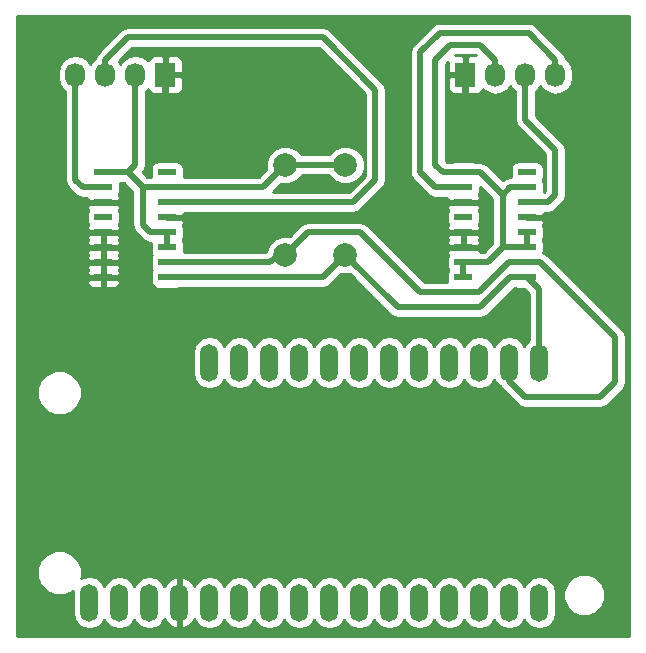
<source format=gbr>
G04 #@! TF.FileFunction,Copper,L2,Bot,Signal*
%FSLAX46Y46*%
G04 Gerber Fmt 4.6, Leading zero omitted, Abs format (unit mm)*
G04 Created by KiCad (PCBNEW 4.0.2+dfsg1-stable) date mer. 07 sept. 2016 16:54:23 CEST*
%MOMM*%
G01*
G04 APERTURE LIST*
%ADD10C,0.020000*%
%ADD11O,1.524000X3.175000*%
%ADD12R,1.727200X2.032000*%
%ADD13O,1.727200X2.032000*%
%ADD14C,1.998980*%
%ADD15R,1.500000X0.600000*%
%ADD16C,2.000000*%
%ADD17C,0.500000*%
%ADD18C,0.254000*%
G04 APERTURE END LIST*
D10*
D11*
X6261100Y2946400D03*
X8801100Y2946400D03*
X11341100Y2946400D03*
X13881100Y2946400D03*
X16421100Y2946400D03*
X18961100Y2946400D03*
X21501100Y2946400D03*
X24041100Y2946400D03*
X26581100Y2946400D03*
X29121100Y2946400D03*
X31661100Y2946400D03*
X34201100Y2946400D03*
X36741100Y2946400D03*
X39281100Y2946400D03*
X41821100Y2946400D03*
X44361100Y2946400D03*
X41821100Y23266400D03*
X39281100Y23266400D03*
X36741100Y23266400D03*
X34201100Y23266400D03*
X31661100Y23266400D03*
X29121100Y23266400D03*
X26581100Y23266400D03*
X24041100Y23266400D03*
X21501100Y23266400D03*
X18961100Y23266400D03*
X16421100Y23266400D03*
X44361100Y23266400D03*
D12*
X12700000Y47625000D03*
D13*
X10160000Y47625000D03*
X7620000Y47625000D03*
X5080000Y47625000D03*
D12*
X38100000Y47625000D03*
D13*
X40640000Y47625000D03*
X43180000Y47625000D03*
X45720000Y47625000D03*
D14*
X22860000Y40005000D03*
X22860000Y32385000D03*
X27940000Y40005000D03*
X27940000Y32385000D03*
D15*
X12860000Y39370000D03*
X12860000Y38100000D03*
X12860000Y36830000D03*
X12860000Y35560000D03*
X12860000Y34290000D03*
X12860000Y33020000D03*
X12860000Y31750000D03*
X12860000Y30480000D03*
X7460000Y30480000D03*
X7460000Y31750000D03*
X7460000Y33020000D03*
X7460000Y34290000D03*
X7460000Y35560000D03*
X7460000Y36830000D03*
X7460000Y38100000D03*
X7460000Y39370000D03*
X43340000Y39370000D03*
X43340000Y38100000D03*
X43340000Y36830000D03*
X43340000Y35560000D03*
X43340000Y34290000D03*
X43340000Y33020000D03*
X43340000Y31750000D03*
X43340000Y30480000D03*
X37940000Y30480000D03*
X37940000Y31750000D03*
X37940000Y33020000D03*
X37940000Y34290000D03*
X37940000Y35560000D03*
X37940000Y36830000D03*
X37940000Y38100000D03*
X37940000Y39370000D03*
D16*
X48895000Y44450000D03*
X38100000Y44450000D03*
X2540000Y44450000D03*
X12700000Y44450000D03*
D17*
X38100000Y47625000D02*
X38100000Y44450000D01*
X12700000Y47625000D02*
X12700000Y44450000D01*
X22860000Y32385000D02*
X22225000Y32385000D01*
X22225000Y32385000D02*
X21590000Y31750000D01*
X21590000Y31750000D02*
X12860000Y31750000D01*
X43340000Y31750000D02*
X41765784Y31750000D01*
X24765000Y34290000D02*
X22860000Y32385000D01*
X29210000Y34290000D02*
X24765000Y34290000D01*
X34290000Y29210000D02*
X29210000Y34290000D01*
X39225784Y29210000D02*
X34290000Y29210000D01*
X41765784Y31750000D02*
X39225784Y29210000D01*
X41821100Y23266400D02*
X41821100Y21678900D01*
X44450000Y31750000D02*
X43340000Y31750000D01*
X50800000Y25400000D02*
X44450000Y31750000D01*
X50800000Y21590000D02*
X50800000Y25400000D01*
X49530000Y20320000D02*
X50800000Y21590000D01*
X43180000Y20320000D02*
X49530000Y20320000D01*
X41821100Y21678900D02*
X43180000Y20320000D01*
X27940000Y32385000D02*
X26035000Y30480000D01*
X26035000Y30480000D02*
X12860000Y30480000D01*
X43340000Y30480000D02*
X41910000Y30480000D01*
X32385000Y27940000D02*
X27940000Y32385000D01*
X39370000Y27940000D02*
X32385000Y27940000D01*
X41910000Y30480000D02*
X39370000Y27940000D01*
X44361100Y23266400D02*
X44361100Y29458900D01*
X44361100Y29458900D02*
X43340000Y30480000D01*
X10160000Y47625000D02*
X10160000Y40005000D01*
X10160000Y40005000D02*
X9525000Y39370000D01*
X22860000Y40005000D02*
X27940000Y40005000D01*
X12860000Y38100000D02*
X20955000Y38100000D01*
X20955000Y38100000D02*
X22860000Y40005000D01*
X12860000Y34290000D02*
X11430000Y34290000D01*
X10795000Y34925000D02*
X10795000Y38100000D01*
X11430000Y34290000D02*
X10795000Y34925000D01*
X12860000Y33020000D02*
X12860000Y34290000D01*
X12860000Y38100000D02*
X10795000Y38100000D01*
X9525000Y39370000D02*
X7460000Y39370000D01*
X10795000Y38100000D02*
X9525000Y39370000D01*
X7620000Y47625000D02*
X7620000Y48895000D01*
X28575000Y36830000D02*
X12860000Y36830000D01*
X30480000Y38735000D02*
X28575000Y36830000D01*
X30480000Y46355000D02*
X30480000Y38735000D01*
X26035000Y50800000D02*
X30480000Y46355000D01*
X9525000Y50800000D02*
X26035000Y50800000D01*
X7620000Y48895000D02*
X9525000Y50800000D01*
X5080000Y47625000D02*
X5080000Y38735000D01*
X5715000Y38100000D02*
X7460000Y38100000D01*
X5080000Y38735000D02*
X5715000Y38100000D01*
X41275000Y37465000D02*
X39370000Y39370000D01*
X39370000Y39370000D02*
X37940000Y39370000D01*
X40640000Y47625000D02*
X40640000Y48895000D01*
X40640000Y48895000D02*
X39370000Y50165000D01*
X39370000Y50165000D02*
X36830000Y50165000D01*
X36830000Y50165000D02*
X35560000Y48895000D01*
X35560000Y48895000D02*
X35560000Y40005000D01*
X35560000Y40005000D02*
X36195000Y39370000D01*
X36195000Y39370000D02*
X37940000Y39370000D01*
X43340000Y33020000D02*
X43340000Y34290000D01*
X41275000Y33020000D02*
X41275000Y37465000D01*
X41910000Y38100000D02*
X43340000Y38100000D01*
X41275000Y37465000D02*
X41910000Y38100000D01*
X37940000Y31750000D02*
X40005000Y31750000D01*
X40005000Y31750000D02*
X41275000Y33020000D01*
X41275000Y33020000D02*
X43340000Y33020000D01*
X37940000Y30480000D02*
X37940000Y31750000D01*
X43180000Y47625000D02*
X43180000Y43815000D01*
X45085000Y36830000D02*
X43340000Y36830000D01*
X45720000Y37465000D02*
X45085000Y36830000D01*
X45720000Y41275000D02*
X45720000Y37465000D01*
X43180000Y43815000D02*
X45720000Y41275000D01*
X45720000Y47625000D02*
X45720000Y48895000D01*
X35560000Y38100000D02*
X37940000Y38100000D01*
X34290000Y39370000D02*
X35560000Y38100000D01*
X34290000Y49530000D02*
X34290000Y39370000D01*
X35925002Y51165002D02*
X34290000Y49530000D01*
X43449998Y51165002D02*
X35925002Y51165002D01*
X45720000Y48895000D02*
X43449998Y51165002D01*
D18*
G36*
X51943000Y127000D02*
X127000Y127000D01*
X127000Y5109135D01*
X1815770Y5109135D01*
X2105178Y4408714D01*
X2640595Y3872361D01*
X3340510Y3581732D01*
X4098365Y3581070D01*
X4798786Y3870478D01*
X4893942Y3965468D01*
X4864100Y3815441D01*
X4864100Y2077359D01*
X4970440Y1542750D01*
X5273272Y1089531D01*
X5726491Y786699D01*
X6261100Y680359D01*
X6795709Y786699D01*
X7248928Y1089531D01*
X7531100Y1511830D01*
X7813272Y1089531D01*
X8266491Y786699D01*
X8801100Y680359D01*
X9335709Y786699D01*
X9788928Y1089531D01*
X10071100Y1511830D01*
X10353272Y1089531D01*
X10806491Y786699D01*
X11341100Y680359D01*
X11875709Y786699D01*
X12328928Y1089531D01*
X12621703Y1527699D01*
X12639041Y1468959D01*
X12983074Y1043270D01*
X13463823Y781640D01*
X13538030Y766680D01*
X13754100Y889180D01*
X13754100Y2819400D01*
X13734100Y2819400D01*
X13734100Y3073400D01*
X13754100Y3073400D01*
X13754100Y5003620D01*
X14008100Y5003620D01*
X14008100Y3073400D01*
X14028100Y3073400D01*
X14028100Y2819400D01*
X14008100Y2819400D01*
X14008100Y889180D01*
X14224170Y766680D01*
X14298377Y781640D01*
X14779126Y1043270D01*
X15123159Y1468959D01*
X15140497Y1527699D01*
X15433272Y1089531D01*
X15886491Y786699D01*
X16421100Y680359D01*
X16955709Y786699D01*
X17408928Y1089531D01*
X17691100Y1511830D01*
X17973272Y1089531D01*
X18426491Y786699D01*
X18961100Y680359D01*
X19495709Y786699D01*
X19948928Y1089531D01*
X20231100Y1511830D01*
X20513272Y1089531D01*
X20966491Y786699D01*
X21501100Y680359D01*
X22035709Y786699D01*
X22488928Y1089531D01*
X22771100Y1511830D01*
X23053272Y1089531D01*
X23506491Y786699D01*
X24041100Y680359D01*
X24575709Y786699D01*
X25028928Y1089531D01*
X25311100Y1511830D01*
X25593272Y1089531D01*
X26046491Y786699D01*
X26581100Y680359D01*
X27115709Y786699D01*
X27568928Y1089531D01*
X27851100Y1511830D01*
X28133272Y1089531D01*
X28586491Y786699D01*
X29121100Y680359D01*
X29655709Y786699D01*
X30108928Y1089531D01*
X30391100Y1511830D01*
X30673272Y1089531D01*
X31126491Y786699D01*
X31661100Y680359D01*
X32195709Y786699D01*
X32648928Y1089531D01*
X32931100Y1511830D01*
X33213272Y1089531D01*
X33666491Y786699D01*
X34201100Y680359D01*
X34735709Y786699D01*
X35188928Y1089531D01*
X35471100Y1511830D01*
X35753272Y1089531D01*
X36206491Y786699D01*
X36741100Y680359D01*
X37275709Y786699D01*
X37728928Y1089531D01*
X38011100Y1511830D01*
X38293272Y1089531D01*
X38746491Y786699D01*
X39281100Y680359D01*
X39815709Y786699D01*
X40268928Y1089531D01*
X40551100Y1511830D01*
X40833272Y1089531D01*
X41286491Y786699D01*
X41821100Y680359D01*
X42355709Y786699D01*
X42808928Y1089531D01*
X43091100Y1511830D01*
X43373272Y1089531D01*
X43826491Y786699D01*
X44361100Y680359D01*
X44895709Y786699D01*
X45348928Y1089531D01*
X45651760Y1542750D01*
X45758100Y2077359D01*
X45758100Y3229286D01*
X46392792Y3229286D01*
X46662906Y2575560D01*
X47162629Y2074964D01*
X47815882Y1803709D01*
X48523214Y1803092D01*
X49176940Y2073206D01*
X49677536Y2572929D01*
X49948791Y3226182D01*
X49949408Y3933514D01*
X49679294Y4587240D01*
X49179571Y5087836D01*
X48526318Y5359091D01*
X47818986Y5359708D01*
X47165260Y5089594D01*
X46664664Y4589871D01*
X46393409Y3936618D01*
X46392792Y3229286D01*
X45758100Y3229286D01*
X45758100Y3815441D01*
X45651760Y4350050D01*
X45348928Y4803269D01*
X44895709Y5106101D01*
X44361100Y5212441D01*
X43826491Y5106101D01*
X43373272Y4803269D01*
X43091100Y4380970D01*
X42808928Y4803269D01*
X42355709Y5106101D01*
X41821100Y5212441D01*
X41286491Y5106101D01*
X40833272Y4803269D01*
X40551100Y4380970D01*
X40268928Y4803269D01*
X39815709Y5106101D01*
X39281100Y5212441D01*
X38746491Y5106101D01*
X38293272Y4803269D01*
X38011100Y4380970D01*
X37728928Y4803269D01*
X37275709Y5106101D01*
X36741100Y5212441D01*
X36206491Y5106101D01*
X35753272Y4803269D01*
X35471100Y4380970D01*
X35188928Y4803269D01*
X34735709Y5106101D01*
X34201100Y5212441D01*
X33666491Y5106101D01*
X33213272Y4803269D01*
X32931100Y4380970D01*
X32648928Y4803269D01*
X32195709Y5106101D01*
X31661100Y5212441D01*
X31126491Y5106101D01*
X30673272Y4803269D01*
X30391100Y4380970D01*
X30108928Y4803269D01*
X29655709Y5106101D01*
X29121100Y5212441D01*
X28586491Y5106101D01*
X28133272Y4803269D01*
X27851100Y4380970D01*
X27568928Y4803269D01*
X27115709Y5106101D01*
X26581100Y5212441D01*
X26046491Y5106101D01*
X25593272Y4803269D01*
X25311100Y4380970D01*
X25028928Y4803269D01*
X24575709Y5106101D01*
X24041100Y5212441D01*
X23506491Y5106101D01*
X23053272Y4803269D01*
X22771100Y4380970D01*
X22488928Y4803269D01*
X22035709Y5106101D01*
X21501100Y5212441D01*
X20966491Y5106101D01*
X20513272Y4803269D01*
X20231100Y4380970D01*
X19948928Y4803269D01*
X19495709Y5106101D01*
X18961100Y5212441D01*
X18426491Y5106101D01*
X17973272Y4803269D01*
X17691100Y4380970D01*
X17408928Y4803269D01*
X16955709Y5106101D01*
X16421100Y5212441D01*
X15886491Y5106101D01*
X15433272Y4803269D01*
X15140497Y4365101D01*
X15123159Y4423841D01*
X14779126Y4849530D01*
X14298377Y5111160D01*
X14224170Y5126120D01*
X14008100Y5003620D01*
X13754100Y5003620D01*
X13538030Y5126120D01*
X13463823Y5111160D01*
X12983074Y4849530D01*
X12639041Y4423841D01*
X12621703Y4365101D01*
X12328928Y4803269D01*
X11875709Y5106101D01*
X11341100Y5212441D01*
X10806491Y5106101D01*
X10353272Y4803269D01*
X10071100Y4380970D01*
X9788928Y4803269D01*
X9335709Y5106101D01*
X8801100Y5212441D01*
X8266491Y5106101D01*
X7813272Y4803269D01*
X7531100Y4380970D01*
X7248928Y4803269D01*
X6795709Y5106101D01*
X6261100Y5212441D01*
X5726491Y5106101D01*
X5587259Y5013069D01*
X5625768Y5105810D01*
X5626430Y5863665D01*
X5337022Y6564086D01*
X4801605Y7100439D01*
X4101690Y7391068D01*
X3343835Y7391730D01*
X2643414Y7102322D01*
X2107061Y6566905D01*
X1816432Y5866990D01*
X1815770Y5109135D01*
X127000Y5109135D01*
X127000Y20349135D01*
X1815770Y20349135D01*
X2105178Y19648714D01*
X2640595Y19112361D01*
X3340510Y18821732D01*
X4098365Y18821070D01*
X4798786Y19110478D01*
X5335139Y19645895D01*
X5625768Y20345810D01*
X5626430Y21103665D01*
X5337022Y21804086D01*
X4801605Y22340439D01*
X4101690Y22631068D01*
X3343835Y22631730D01*
X2643414Y22342322D01*
X2107061Y21806905D01*
X1816432Y21106990D01*
X1815770Y20349135D01*
X127000Y20349135D01*
X127000Y30194250D01*
X6075000Y30194250D01*
X6075000Y30053690D01*
X6171673Y29820301D01*
X6350302Y29641673D01*
X6583691Y29545000D01*
X7174250Y29545000D01*
X7333000Y29703750D01*
X7333000Y30353000D01*
X7587000Y30353000D01*
X7587000Y29703750D01*
X7745750Y29545000D01*
X8336309Y29545000D01*
X8569698Y29641673D01*
X8748327Y29820301D01*
X8845000Y30053690D01*
X8845000Y30194250D01*
X8686250Y30353000D01*
X7587000Y30353000D01*
X7333000Y30353000D01*
X6233750Y30353000D01*
X6075000Y30194250D01*
X127000Y30194250D01*
X127000Y31464250D01*
X6075000Y31464250D01*
X6075000Y31323690D01*
X6161442Y31115000D01*
X6075000Y30906310D01*
X6075000Y30765750D01*
X6233750Y30607000D01*
X7333000Y30607000D01*
X7333000Y31623000D01*
X7587000Y31623000D01*
X7587000Y30607000D01*
X8686250Y30607000D01*
X8845000Y30765750D01*
X8845000Y30906310D01*
X8758558Y31115000D01*
X8845000Y31323690D01*
X8845000Y31464250D01*
X8686250Y31623000D01*
X7587000Y31623000D01*
X7333000Y31623000D01*
X6233750Y31623000D01*
X6075000Y31464250D01*
X127000Y31464250D01*
X127000Y32734250D01*
X6075000Y32734250D01*
X6075000Y32593690D01*
X6161442Y32385000D01*
X6075000Y32176310D01*
X6075000Y32035750D01*
X6233750Y31877000D01*
X7333000Y31877000D01*
X7333000Y32893000D01*
X7587000Y32893000D01*
X7587000Y31877000D01*
X8686250Y31877000D01*
X8845000Y32035750D01*
X8845000Y32176310D01*
X8758558Y32385000D01*
X8845000Y32593690D01*
X8845000Y32734250D01*
X8686250Y32893000D01*
X7587000Y32893000D01*
X7333000Y32893000D01*
X6233750Y32893000D01*
X6075000Y32734250D01*
X127000Y32734250D01*
X127000Y34004250D01*
X6075000Y34004250D01*
X6075000Y33863690D01*
X6161442Y33655000D01*
X6075000Y33446310D01*
X6075000Y33305750D01*
X6233750Y33147000D01*
X7333000Y33147000D01*
X7333000Y34163000D01*
X7587000Y34163000D01*
X7587000Y33147000D01*
X8686250Y33147000D01*
X8845000Y33305750D01*
X8845000Y33446310D01*
X8758558Y33655000D01*
X8845000Y33863690D01*
X8845000Y34004250D01*
X8686250Y34163000D01*
X7587000Y34163000D01*
X7333000Y34163000D01*
X6233750Y34163000D01*
X6075000Y34004250D01*
X127000Y34004250D01*
X127000Y35860000D01*
X6062560Y35860000D01*
X6062560Y35260000D01*
X6106838Y35024683D01*
X6165178Y34934020D01*
X6075000Y34716310D01*
X6075000Y34575750D01*
X6233750Y34417000D01*
X7333000Y34417000D01*
X7333000Y34437000D01*
X7587000Y34437000D01*
X7587000Y34417000D01*
X8686250Y34417000D01*
X8845000Y34575750D01*
X8845000Y34716310D01*
X8755194Y34933122D01*
X8806431Y35008110D01*
X8857440Y35260000D01*
X8857440Y35860000D01*
X8813162Y36095317D01*
X8754822Y36185980D01*
X8845000Y36403690D01*
X8845000Y36544250D01*
X8686250Y36703000D01*
X7587000Y36703000D01*
X7587000Y36683000D01*
X7333000Y36683000D01*
X7333000Y36703000D01*
X6233750Y36703000D01*
X6075000Y36544250D01*
X6075000Y36403690D01*
X6164806Y36186878D01*
X6113569Y36111890D01*
X6062560Y35860000D01*
X127000Y35860000D01*
X127000Y47809745D01*
X3581400Y47809745D01*
X3581400Y47440255D01*
X3695474Y46866766D01*
X4020330Y46380585D01*
X4195000Y46263874D01*
X4195000Y38735005D01*
X4194999Y38735000D01*
X4247002Y38473569D01*
X4262367Y38396325D01*
X4454209Y38109211D01*
X4454210Y38109210D01*
X5089208Y37474213D01*
X5089210Y37474210D01*
X5252181Y37365317D01*
X5376326Y37282366D01*
X5715000Y37214999D01*
X5715005Y37215000D01*
X6075000Y37215000D01*
X6075000Y37115750D01*
X6233750Y36957000D01*
X7333000Y36957000D01*
X7333000Y36977000D01*
X7587000Y36977000D01*
X7587000Y36957000D01*
X8686250Y36957000D01*
X8845000Y37115750D01*
X8845000Y37256310D01*
X8755194Y37473122D01*
X8806431Y37548110D01*
X8857440Y37800000D01*
X8857440Y38400000D01*
X8841446Y38485000D01*
X9158420Y38485000D01*
X9910000Y37733421D01*
X9910000Y34925005D01*
X9909999Y34925000D01*
X9950444Y34721673D01*
X9977367Y34586325D01*
X10090506Y34417000D01*
X10169210Y34299210D01*
X10804208Y33664213D01*
X10804210Y33664210D01*
X10967181Y33555317D01*
X11091326Y33472366D01*
X11430000Y33404999D01*
X11430005Y33405000D01*
X11479773Y33405000D01*
X11462560Y33320000D01*
X11462560Y32720000D01*
X11506838Y32484683D01*
X11570678Y32385472D01*
X11513569Y32301890D01*
X11462560Y32050000D01*
X11462560Y31450000D01*
X11506838Y31214683D01*
X11570678Y31115472D01*
X11513569Y31031890D01*
X11462560Y30780000D01*
X11462560Y30180000D01*
X11506838Y29944683D01*
X11645910Y29728559D01*
X11858110Y29583569D01*
X12110000Y29532560D01*
X13610000Y29532560D01*
X13845317Y29576838D01*
X13873542Y29595000D01*
X26034995Y29595000D01*
X26035000Y29594999D01*
X26317484Y29651190D01*
X26373675Y29662367D01*
X26660790Y29854210D01*
X27573827Y30767248D01*
X27613453Y30750794D01*
X28263694Y30750226D01*
X28305797Y30767623D01*
X31759208Y27314213D01*
X31759210Y27314210D01*
X32046325Y27122367D01*
X32385000Y27054999D01*
X32385005Y27055000D01*
X39369995Y27055000D01*
X39370000Y27054999D01*
X39652484Y27111190D01*
X39708675Y27122367D01*
X39995790Y27314210D01*
X39995791Y27314211D01*
X42276579Y29595000D01*
X42321380Y29595000D01*
X42338110Y29583569D01*
X42590000Y29532560D01*
X43035860Y29532560D01*
X43476100Y29092321D01*
X43476100Y25191977D01*
X43373272Y25123269D01*
X43091100Y24700970D01*
X42808928Y25123269D01*
X42355709Y25426101D01*
X41821100Y25532441D01*
X41286491Y25426101D01*
X40833272Y25123269D01*
X40551100Y24700970D01*
X40268928Y25123269D01*
X39815709Y25426101D01*
X39281100Y25532441D01*
X38746491Y25426101D01*
X38293272Y25123269D01*
X38011100Y24700970D01*
X37728928Y25123269D01*
X37275709Y25426101D01*
X36741100Y25532441D01*
X36206491Y25426101D01*
X35753272Y25123269D01*
X35471100Y24700970D01*
X35188928Y25123269D01*
X34735709Y25426101D01*
X34201100Y25532441D01*
X33666491Y25426101D01*
X33213272Y25123269D01*
X32931100Y24700970D01*
X32648928Y25123269D01*
X32195709Y25426101D01*
X31661100Y25532441D01*
X31126491Y25426101D01*
X30673272Y25123269D01*
X30391100Y24700970D01*
X30108928Y25123269D01*
X29655709Y25426101D01*
X29121100Y25532441D01*
X28586491Y25426101D01*
X28133272Y25123269D01*
X27851100Y24700970D01*
X27568928Y25123269D01*
X27115709Y25426101D01*
X26581100Y25532441D01*
X26046491Y25426101D01*
X25593272Y25123269D01*
X25311100Y24700970D01*
X25028928Y25123269D01*
X24575709Y25426101D01*
X24041100Y25532441D01*
X23506491Y25426101D01*
X23053272Y25123269D01*
X22771100Y24700970D01*
X22488928Y25123269D01*
X22035709Y25426101D01*
X21501100Y25532441D01*
X20966491Y25426101D01*
X20513272Y25123269D01*
X20231100Y24700970D01*
X19948928Y25123269D01*
X19495709Y25426101D01*
X18961100Y25532441D01*
X18426491Y25426101D01*
X17973272Y25123269D01*
X17691100Y24700970D01*
X17408928Y25123269D01*
X16955709Y25426101D01*
X16421100Y25532441D01*
X15886491Y25426101D01*
X15433272Y25123269D01*
X15130440Y24670050D01*
X15024100Y24135441D01*
X15024100Y22397359D01*
X15130440Y21862750D01*
X15433272Y21409531D01*
X15886491Y21106699D01*
X16421100Y21000359D01*
X16955709Y21106699D01*
X17408928Y21409531D01*
X17691100Y21831830D01*
X17973272Y21409531D01*
X18426491Y21106699D01*
X18961100Y21000359D01*
X19495709Y21106699D01*
X19948928Y21409531D01*
X20231100Y21831830D01*
X20513272Y21409531D01*
X20966491Y21106699D01*
X21501100Y21000359D01*
X22035709Y21106699D01*
X22488928Y21409531D01*
X22771100Y21831830D01*
X23053272Y21409531D01*
X23506491Y21106699D01*
X24041100Y21000359D01*
X24575709Y21106699D01*
X25028928Y21409531D01*
X25311100Y21831830D01*
X25593272Y21409531D01*
X26046491Y21106699D01*
X26581100Y21000359D01*
X27115709Y21106699D01*
X27568928Y21409531D01*
X27851100Y21831830D01*
X28133272Y21409531D01*
X28586491Y21106699D01*
X29121100Y21000359D01*
X29655709Y21106699D01*
X30108928Y21409531D01*
X30391100Y21831830D01*
X30673272Y21409531D01*
X31126491Y21106699D01*
X31661100Y21000359D01*
X32195709Y21106699D01*
X32648928Y21409531D01*
X32931100Y21831830D01*
X33213272Y21409531D01*
X33666491Y21106699D01*
X34201100Y21000359D01*
X34735709Y21106699D01*
X35188928Y21409531D01*
X35471100Y21831830D01*
X35753272Y21409531D01*
X36206491Y21106699D01*
X36741100Y21000359D01*
X37275709Y21106699D01*
X37728928Y21409531D01*
X38011100Y21831830D01*
X38293272Y21409531D01*
X38746491Y21106699D01*
X39281100Y21000359D01*
X39815709Y21106699D01*
X40268928Y21409531D01*
X40551100Y21831830D01*
X40833272Y21409531D01*
X41057080Y21259987D01*
X41195310Y21053110D01*
X42554208Y19694213D01*
X42554210Y19694210D01*
X42841325Y19502367D01*
X42897516Y19491190D01*
X43180000Y19434999D01*
X43180005Y19435000D01*
X49529995Y19435000D01*
X49530000Y19434999D01*
X49812484Y19491190D01*
X49868675Y19502367D01*
X50155790Y19694210D01*
X51425787Y20964208D01*
X51425790Y20964210D01*
X51617633Y21251325D01*
X51685001Y21590000D01*
X51685000Y21590005D01*
X51685000Y25399995D01*
X51685001Y25400000D01*
X51617633Y25738675D01*
X51425790Y26025790D01*
X51425787Y26025792D01*
X45075790Y32375790D01*
X45025041Y32409699D01*
X44788675Y32567633D01*
X44732484Y32578810D01*
X44709764Y32583330D01*
X44737440Y32720000D01*
X44737440Y33320000D01*
X44693162Y33555317D01*
X44629322Y33654528D01*
X44686431Y33738110D01*
X44737440Y33990000D01*
X44737440Y34590000D01*
X44693162Y34825317D01*
X44634822Y34915980D01*
X44725000Y35133690D01*
X44725000Y35274250D01*
X44566250Y35433000D01*
X43467000Y35433000D01*
X43467000Y35413000D01*
X43213000Y35413000D01*
X43213000Y35433000D01*
X43193000Y35433000D01*
X43193000Y35687000D01*
X43213000Y35687000D01*
X43213000Y35707000D01*
X43467000Y35707000D01*
X43467000Y35687000D01*
X44566250Y35687000D01*
X44725000Y35845750D01*
X44725000Y35945000D01*
X45084995Y35945000D01*
X45085000Y35944999D01*
X45367484Y36001190D01*
X45423675Y36012367D01*
X45710790Y36204210D01*
X46345787Y36839208D01*
X46345790Y36839210D01*
X46537633Y37126325D01*
X46537634Y37126326D01*
X46605001Y37465000D01*
X46605000Y37465005D01*
X46605000Y41275000D01*
X46537633Y41613675D01*
X46345790Y41900790D01*
X46345787Y41900792D01*
X44065000Y44181580D01*
X44065000Y46263874D01*
X44239670Y46380585D01*
X44450000Y46695366D01*
X44660330Y46380585D01*
X45146511Y46055729D01*
X45720000Y45941655D01*
X46293489Y46055729D01*
X46779670Y46380585D01*
X47104526Y46866766D01*
X47218600Y47440255D01*
X47218600Y47809745D01*
X47104526Y48383234D01*
X46779670Y48869415D01*
X46584097Y49000093D01*
X46537634Y49233674D01*
X46461667Y49347367D01*
X46345790Y49520790D01*
X46345787Y49520792D01*
X44075788Y51790792D01*
X43788673Y51982635D01*
X43732482Y51993812D01*
X43449998Y52050003D01*
X43449993Y52050002D01*
X35925007Y52050002D01*
X35925002Y52050003D01*
X35642518Y51993812D01*
X35586327Y51982635D01*
X35299212Y51790792D01*
X35299210Y51790789D01*
X33664210Y50155790D01*
X33472367Y49868675D01*
X33472367Y49868674D01*
X33404999Y49530000D01*
X33405000Y49529995D01*
X33405000Y39370005D01*
X33404999Y39370000D01*
X33441328Y39187367D01*
X33472367Y39031325D01*
X33584109Y38864090D01*
X33664210Y38744210D01*
X34934208Y37474213D01*
X34934210Y37474210D01*
X35141192Y37335910D01*
X35221325Y37282367D01*
X35560000Y37214999D01*
X35560005Y37215000D01*
X36555000Y37215000D01*
X36555000Y37115750D01*
X36713750Y36957000D01*
X37813000Y36957000D01*
X37813000Y36977000D01*
X38067000Y36977000D01*
X38067000Y36957000D01*
X39166250Y36957000D01*
X39325000Y37115750D01*
X39325000Y37256310D01*
X39235194Y37473122D01*
X39286431Y37548110D01*
X39337440Y37800000D01*
X39337440Y38150980D01*
X40390000Y37098421D01*
X40390000Y33386579D01*
X39638420Y32635000D01*
X39325000Y32635000D01*
X39325000Y32734250D01*
X39166250Y32893000D01*
X38067000Y32893000D01*
X38067000Y32873000D01*
X37813000Y32873000D01*
X37813000Y32893000D01*
X36713750Y32893000D01*
X36555000Y32734250D01*
X36555000Y32593690D01*
X36644806Y32376878D01*
X36593569Y32301890D01*
X36542560Y32050000D01*
X36542560Y31450000D01*
X36586838Y31214683D01*
X36650678Y31115472D01*
X36593569Y31031890D01*
X36542560Y30780000D01*
X36542560Y30180000D01*
X36558554Y30095000D01*
X34656579Y30095000D01*
X30747330Y34004250D01*
X36555000Y34004250D01*
X36555000Y33863690D01*
X36641442Y33655000D01*
X36555000Y33446310D01*
X36555000Y33305750D01*
X36713750Y33147000D01*
X37813000Y33147000D01*
X37813000Y34163000D01*
X38067000Y34163000D01*
X38067000Y33147000D01*
X39166250Y33147000D01*
X39325000Y33305750D01*
X39325000Y33446310D01*
X39238558Y33655000D01*
X39325000Y33863690D01*
X39325000Y34004250D01*
X39166250Y34163000D01*
X38067000Y34163000D01*
X37813000Y34163000D01*
X36713750Y34163000D01*
X36555000Y34004250D01*
X30747330Y34004250D01*
X29835790Y34915790D01*
X29785041Y34949699D01*
X29548675Y35107633D01*
X29492484Y35118810D01*
X29210000Y35175001D01*
X29209995Y35175000D01*
X24765005Y35175000D01*
X24765000Y35175001D01*
X24482516Y35118810D01*
X24426325Y35107633D01*
X24139210Y34915790D01*
X24139208Y34915787D01*
X23226173Y34002752D01*
X23186547Y34019206D01*
X22536306Y34019774D01*
X21935345Y33771462D01*
X21475154Y33312073D01*
X21225794Y32711547D01*
X21225729Y32637309D01*
X21223420Y32635000D01*
X14240227Y32635000D01*
X14257440Y32720000D01*
X14257440Y33320000D01*
X14213162Y33555317D01*
X14149322Y33654528D01*
X14206431Y33738110D01*
X14257440Y33990000D01*
X14257440Y34590000D01*
X14213162Y34825317D01*
X14154822Y34915980D01*
X14245000Y35133690D01*
X14245000Y35274250D01*
X14086250Y35433000D01*
X12987000Y35433000D01*
X12987000Y35413000D01*
X12733000Y35413000D01*
X12733000Y35433000D01*
X12713000Y35433000D01*
X12713000Y35687000D01*
X12733000Y35687000D01*
X12733000Y35707000D01*
X12987000Y35707000D01*
X12987000Y35687000D01*
X14086250Y35687000D01*
X14245000Y35845750D01*
X14245000Y35860000D01*
X36542560Y35860000D01*
X36542560Y35260000D01*
X36586838Y35024683D01*
X36645178Y34934020D01*
X36555000Y34716310D01*
X36555000Y34575750D01*
X36713750Y34417000D01*
X37813000Y34417000D01*
X37813000Y34437000D01*
X38067000Y34437000D01*
X38067000Y34417000D01*
X39166250Y34417000D01*
X39325000Y34575750D01*
X39325000Y34716310D01*
X39235194Y34933122D01*
X39286431Y35008110D01*
X39337440Y35260000D01*
X39337440Y35860000D01*
X39293162Y36095317D01*
X39234822Y36185980D01*
X39325000Y36403690D01*
X39325000Y36544250D01*
X39166250Y36703000D01*
X38067000Y36703000D01*
X38067000Y36683000D01*
X37813000Y36683000D01*
X37813000Y36703000D01*
X36713750Y36703000D01*
X36555000Y36544250D01*
X36555000Y36403690D01*
X36644806Y36186878D01*
X36593569Y36111890D01*
X36542560Y35860000D01*
X14245000Y35860000D01*
X14245000Y35945000D01*
X28574995Y35945000D01*
X28575000Y35944999D01*
X28857484Y36001190D01*
X28913675Y36012367D01*
X29200790Y36204210D01*
X31105787Y38109208D01*
X31105790Y38109210D01*
X31297633Y38396325D01*
X31312998Y38473569D01*
X31365001Y38735000D01*
X31365000Y38735005D01*
X31365000Y46354995D01*
X31365001Y46355000D01*
X31297633Y46693675D01*
X31266680Y46740000D01*
X31105790Y46980790D01*
X31105787Y46980792D01*
X26660790Y51425790D01*
X26373675Y51617633D01*
X26317484Y51628810D01*
X26035000Y51685001D01*
X26034995Y51685000D01*
X9525005Y51685000D01*
X9525000Y51685001D01*
X9242516Y51628810D01*
X9186325Y51617633D01*
X8899210Y51425790D01*
X8899208Y51425787D01*
X6994210Y49520790D01*
X6802367Y49233675D01*
X6802367Y49233674D01*
X6755904Y49000093D01*
X6560330Y48869415D01*
X6350000Y48554634D01*
X6139670Y48869415D01*
X5653489Y49194271D01*
X5080000Y49308345D01*
X4506511Y49194271D01*
X4020330Y48869415D01*
X3695474Y48383234D01*
X3581400Y47809745D01*
X127000Y47809745D01*
X127000Y52578000D01*
X51943000Y52578000D01*
X51943000Y127000D01*
X51943000Y127000D01*
G37*
X51943000Y127000D02*
X127000Y127000D01*
X127000Y5109135D01*
X1815770Y5109135D01*
X2105178Y4408714D01*
X2640595Y3872361D01*
X3340510Y3581732D01*
X4098365Y3581070D01*
X4798786Y3870478D01*
X4893942Y3965468D01*
X4864100Y3815441D01*
X4864100Y2077359D01*
X4970440Y1542750D01*
X5273272Y1089531D01*
X5726491Y786699D01*
X6261100Y680359D01*
X6795709Y786699D01*
X7248928Y1089531D01*
X7531100Y1511830D01*
X7813272Y1089531D01*
X8266491Y786699D01*
X8801100Y680359D01*
X9335709Y786699D01*
X9788928Y1089531D01*
X10071100Y1511830D01*
X10353272Y1089531D01*
X10806491Y786699D01*
X11341100Y680359D01*
X11875709Y786699D01*
X12328928Y1089531D01*
X12621703Y1527699D01*
X12639041Y1468959D01*
X12983074Y1043270D01*
X13463823Y781640D01*
X13538030Y766680D01*
X13754100Y889180D01*
X13754100Y2819400D01*
X13734100Y2819400D01*
X13734100Y3073400D01*
X13754100Y3073400D01*
X13754100Y5003620D01*
X14008100Y5003620D01*
X14008100Y3073400D01*
X14028100Y3073400D01*
X14028100Y2819400D01*
X14008100Y2819400D01*
X14008100Y889180D01*
X14224170Y766680D01*
X14298377Y781640D01*
X14779126Y1043270D01*
X15123159Y1468959D01*
X15140497Y1527699D01*
X15433272Y1089531D01*
X15886491Y786699D01*
X16421100Y680359D01*
X16955709Y786699D01*
X17408928Y1089531D01*
X17691100Y1511830D01*
X17973272Y1089531D01*
X18426491Y786699D01*
X18961100Y680359D01*
X19495709Y786699D01*
X19948928Y1089531D01*
X20231100Y1511830D01*
X20513272Y1089531D01*
X20966491Y786699D01*
X21501100Y680359D01*
X22035709Y786699D01*
X22488928Y1089531D01*
X22771100Y1511830D01*
X23053272Y1089531D01*
X23506491Y786699D01*
X24041100Y680359D01*
X24575709Y786699D01*
X25028928Y1089531D01*
X25311100Y1511830D01*
X25593272Y1089531D01*
X26046491Y786699D01*
X26581100Y680359D01*
X27115709Y786699D01*
X27568928Y1089531D01*
X27851100Y1511830D01*
X28133272Y1089531D01*
X28586491Y786699D01*
X29121100Y680359D01*
X29655709Y786699D01*
X30108928Y1089531D01*
X30391100Y1511830D01*
X30673272Y1089531D01*
X31126491Y786699D01*
X31661100Y680359D01*
X32195709Y786699D01*
X32648928Y1089531D01*
X32931100Y1511830D01*
X33213272Y1089531D01*
X33666491Y786699D01*
X34201100Y680359D01*
X34735709Y786699D01*
X35188928Y1089531D01*
X35471100Y1511830D01*
X35753272Y1089531D01*
X36206491Y786699D01*
X36741100Y680359D01*
X37275709Y786699D01*
X37728928Y1089531D01*
X38011100Y1511830D01*
X38293272Y1089531D01*
X38746491Y786699D01*
X39281100Y680359D01*
X39815709Y786699D01*
X40268928Y1089531D01*
X40551100Y1511830D01*
X40833272Y1089531D01*
X41286491Y786699D01*
X41821100Y680359D01*
X42355709Y786699D01*
X42808928Y1089531D01*
X43091100Y1511830D01*
X43373272Y1089531D01*
X43826491Y786699D01*
X44361100Y680359D01*
X44895709Y786699D01*
X45348928Y1089531D01*
X45651760Y1542750D01*
X45758100Y2077359D01*
X45758100Y3229286D01*
X46392792Y3229286D01*
X46662906Y2575560D01*
X47162629Y2074964D01*
X47815882Y1803709D01*
X48523214Y1803092D01*
X49176940Y2073206D01*
X49677536Y2572929D01*
X49948791Y3226182D01*
X49949408Y3933514D01*
X49679294Y4587240D01*
X49179571Y5087836D01*
X48526318Y5359091D01*
X47818986Y5359708D01*
X47165260Y5089594D01*
X46664664Y4589871D01*
X46393409Y3936618D01*
X46392792Y3229286D01*
X45758100Y3229286D01*
X45758100Y3815441D01*
X45651760Y4350050D01*
X45348928Y4803269D01*
X44895709Y5106101D01*
X44361100Y5212441D01*
X43826491Y5106101D01*
X43373272Y4803269D01*
X43091100Y4380970D01*
X42808928Y4803269D01*
X42355709Y5106101D01*
X41821100Y5212441D01*
X41286491Y5106101D01*
X40833272Y4803269D01*
X40551100Y4380970D01*
X40268928Y4803269D01*
X39815709Y5106101D01*
X39281100Y5212441D01*
X38746491Y5106101D01*
X38293272Y4803269D01*
X38011100Y4380970D01*
X37728928Y4803269D01*
X37275709Y5106101D01*
X36741100Y5212441D01*
X36206491Y5106101D01*
X35753272Y4803269D01*
X35471100Y4380970D01*
X35188928Y4803269D01*
X34735709Y5106101D01*
X34201100Y5212441D01*
X33666491Y5106101D01*
X33213272Y4803269D01*
X32931100Y4380970D01*
X32648928Y4803269D01*
X32195709Y5106101D01*
X31661100Y5212441D01*
X31126491Y5106101D01*
X30673272Y4803269D01*
X30391100Y4380970D01*
X30108928Y4803269D01*
X29655709Y5106101D01*
X29121100Y5212441D01*
X28586491Y5106101D01*
X28133272Y4803269D01*
X27851100Y4380970D01*
X27568928Y4803269D01*
X27115709Y5106101D01*
X26581100Y5212441D01*
X26046491Y5106101D01*
X25593272Y4803269D01*
X25311100Y4380970D01*
X25028928Y4803269D01*
X24575709Y5106101D01*
X24041100Y5212441D01*
X23506491Y5106101D01*
X23053272Y4803269D01*
X22771100Y4380970D01*
X22488928Y4803269D01*
X22035709Y5106101D01*
X21501100Y5212441D01*
X20966491Y5106101D01*
X20513272Y4803269D01*
X20231100Y4380970D01*
X19948928Y4803269D01*
X19495709Y5106101D01*
X18961100Y5212441D01*
X18426491Y5106101D01*
X17973272Y4803269D01*
X17691100Y4380970D01*
X17408928Y4803269D01*
X16955709Y5106101D01*
X16421100Y5212441D01*
X15886491Y5106101D01*
X15433272Y4803269D01*
X15140497Y4365101D01*
X15123159Y4423841D01*
X14779126Y4849530D01*
X14298377Y5111160D01*
X14224170Y5126120D01*
X14008100Y5003620D01*
X13754100Y5003620D01*
X13538030Y5126120D01*
X13463823Y5111160D01*
X12983074Y4849530D01*
X12639041Y4423841D01*
X12621703Y4365101D01*
X12328928Y4803269D01*
X11875709Y5106101D01*
X11341100Y5212441D01*
X10806491Y5106101D01*
X10353272Y4803269D01*
X10071100Y4380970D01*
X9788928Y4803269D01*
X9335709Y5106101D01*
X8801100Y5212441D01*
X8266491Y5106101D01*
X7813272Y4803269D01*
X7531100Y4380970D01*
X7248928Y4803269D01*
X6795709Y5106101D01*
X6261100Y5212441D01*
X5726491Y5106101D01*
X5587259Y5013069D01*
X5625768Y5105810D01*
X5626430Y5863665D01*
X5337022Y6564086D01*
X4801605Y7100439D01*
X4101690Y7391068D01*
X3343835Y7391730D01*
X2643414Y7102322D01*
X2107061Y6566905D01*
X1816432Y5866990D01*
X1815770Y5109135D01*
X127000Y5109135D01*
X127000Y20349135D01*
X1815770Y20349135D01*
X2105178Y19648714D01*
X2640595Y19112361D01*
X3340510Y18821732D01*
X4098365Y18821070D01*
X4798786Y19110478D01*
X5335139Y19645895D01*
X5625768Y20345810D01*
X5626430Y21103665D01*
X5337022Y21804086D01*
X4801605Y22340439D01*
X4101690Y22631068D01*
X3343835Y22631730D01*
X2643414Y22342322D01*
X2107061Y21806905D01*
X1816432Y21106990D01*
X1815770Y20349135D01*
X127000Y20349135D01*
X127000Y30194250D01*
X6075000Y30194250D01*
X6075000Y30053690D01*
X6171673Y29820301D01*
X6350302Y29641673D01*
X6583691Y29545000D01*
X7174250Y29545000D01*
X7333000Y29703750D01*
X7333000Y30353000D01*
X7587000Y30353000D01*
X7587000Y29703750D01*
X7745750Y29545000D01*
X8336309Y29545000D01*
X8569698Y29641673D01*
X8748327Y29820301D01*
X8845000Y30053690D01*
X8845000Y30194250D01*
X8686250Y30353000D01*
X7587000Y30353000D01*
X7333000Y30353000D01*
X6233750Y30353000D01*
X6075000Y30194250D01*
X127000Y30194250D01*
X127000Y31464250D01*
X6075000Y31464250D01*
X6075000Y31323690D01*
X6161442Y31115000D01*
X6075000Y30906310D01*
X6075000Y30765750D01*
X6233750Y30607000D01*
X7333000Y30607000D01*
X7333000Y31623000D01*
X7587000Y31623000D01*
X7587000Y30607000D01*
X8686250Y30607000D01*
X8845000Y30765750D01*
X8845000Y30906310D01*
X8758558Y31115000D01*
X8845000Y31323690D01*
X8845000Y31464250D01*
X8686250Y31623000D01*
X7587000Y31623000D01*
X7333000Y31623000D01*
X6233750Y31623000D01*
X6075000Y31464250D01*
X127000Y31464250D01*
X127000Y32734250D01*
X6075000Y32734250D01*
X6075000Y32593690D01*
X6161442Y32385000D01*
X6075000Y32176310D01*
X6075000Y32035750D01*
X6233750Y31877000D01*
X7333000Y31877000D01*
X7333000Y32893000D01*
X7587000Y32893000D01*
X7587000Y31877000D01*
X8686250Y31877000D01*
X8845000Y32035750D01*
X8845000Y32176310D01*
X8758558Y32385000D01*
X8845000Y32593690D01*
X8845000Y32734250D01*
X8686250Y32893000D01*
X7587000Y32893000D01*
X7333000Y32893000D01*
X6233750Y32893000D01*
X6075000Y32734250D01*
X127000Y32734250D01*
X127000Y34004250D01*
X6075000Y34004250D01*
X6075000Y33863690D01*
X6161442Y33655000D01*
X6075000Y33446310D01*
X6075000Y33305750D01*
X6233750Y33147000D01*
X7333000Y33147000D01*
X7333000Y34163000D01*
X7587000Y34163000D01*
X7587000Y33147000D01*
X8686250Y33147000D01*
X8845000Y33305750D01*
X8845000Y33446310D01*
X8758558Y33655000D01*
X8845000Y33863690D01*
X8845000Y34004250D01*
X8686250Y34163000D01*
X7587000Y34163000D01*
X7333000Y34163000D01*
X6233750Y34163000D01*
X6075000Y34004250D01*
X127000Y34004250D01*
X127000Y35860000D01*
X6062560Y35860000D01*
X6062560Y35260000D01*
X6106838Y35024683D01*
X6165178Y34934020D01*
X6075000Y34716310D01*
X6075000Y34575750D01*
X6233750Y34417000D01*
X7333000Y34417000D01*
X7333000Y34437000D01*
X7587000Y34437000D01*
X7587000Y34417000D01*
X8686250Y34417000D01*
X8845000Y34575750D01*
X8845000Y34716310D01*
X8755194Y34933122D01*
X8806431Y35008110D01*
X8857440Y35260000D01*
X8857440Y35860000D01*
X8813162Y36095317D01*
X8754822Y36185980D01*
X8845000Y36403690D01*
X8845000Y36544250D01*
X8686250Y36703000D01*
X7587000Y36703000D01*
X7587000Y36683000D01*
X7333000Y36683000D01*
X7333000Y36703000D01*
X6233750Y36703000D01*
X6075000Y36544250D01*
X6075000Y36403690D01*
X6164806Y36186878D01*
X6113569Y36111890D01*
X6062560Y35860000D01*
X127000Y35860000D01*
X127000Y47809745D01*
X3581400Y47809745D01*
X3581400Y47440255D01*
X3695474Y46866766D01*
X4020330Y46380585D01*
X4195000Y46263874D01*
X4195000Y38735005D01*
X4194999Y38735000D01*
X4247002Y38473569D01*
X4262367Y38396325D01*
X4454209Y38109211D01*
X4454210Y38109210D01*
X5089208Y37474213D01*
X5089210Y37474210D01*
X5252181Y37365317D01*
X5376326Y37282366D01*
X5715000Y37214999D01*
X5715005Y37215000D01*
X6075000Y37215000D01*
X6075000Y37115750D01*
X6233750Y36957000D01*
X7333000Y36957000D01*
X7333000Y36977000D01*
X7587000Y36977000D01*
X7587000Y36957000D01*
X8686250Y36957000D01*
X8845000Y37115750D01*
X8845000Y37256310D01*
X8755194Y37473122D01*
X8806431Y37548110D01*
X8857440Y37800000D01*
X8857440Y38400000D01*
X8841446Y38485000D01*
X9158420Y38485000D01*
X9910000Y37733421D01*
X9910000Y34925005D01*
X9909999Y34925000D01*
X9950444Y34721673D01*
X9977367Y34586325D01*
X10090506Y34417000D01*
X10169210Y34299210D01*
X10804208Y33664213D01*
X10804210Y33664210D01*
X10967181Y33555317D01*
X11091326Y33472366D01*
X11430000Y33404999D01*
X11430005Y33405000D01*
X11479773Y33405000D01*
X11462560Y33320000D01*
X11462560Y32720000D01*
X11506838Y32484683D01*
X11570678Y32385472D01*
X11513569Y32301890D01*
X11462560Y32050000D01*
X11462560Y31450000D01*
X11506838Y31214683D01*
X11570678Y31115472D01*
X11513569Y31031890D01*
X11462560Y30780000D01*
X11462560Y30180000D01*
X11506838Y29944683D01*
X11645910Y29728559D01*
X11858110Y29583569D01*
X12110000Y29532560D01*
X13610000Y29532560D01*
X13845317Y29576838D01*
X13873542Y29595000D01*
X26034995Y29595000D01*
X26035000Y29594999D01*
X26317484Y29651190D01*
X26373675Y29662367D01*
X26660790Y29854210D01*
X27573827Y30767248D01*
X27613453Y30750794D01*
X28263694Y30750226D01*
X28305797Y30767623D01*
X31759208Y27314213D01*
X31759210Y27314210D01*
X32046325Y27122367D01*
X32385000Y27054999D01*
X32385005Y27055000D01*
X39369995Y27055000D01*
X39370000Y27054999D01*
X39652484Y27111190D01*
X39708675Y27122367D01*
X39995790Y27314210D01*
X39995791Y27314211D01*
X42276579Y29595000D01*
X42321380Y29595000D01*
X42338110Y29583569D01*
X42590000Y29532560D01*
X43035860Y29532560D01*
X43476100Y29092321D01*
X43476100Y25191977D01*
X43373272Y25123269D01*
X43091100Y24700970D01*
X42808928Y25123269D01*
X42355709Y25426101D01*
X41821100Y25532441D01*
X41286491Y25426101D01*
X40833272Y25123269D01*
X40551100Y24700970D01*
X40268928Y25123269D01*
X39815709Y25426101D01*
X39281100Y25532441D01*
X38746491Y25426101D01*
X38293272Y25123269D01*
X38011100Y24700970D01*
X37728928Y25123269D01*
X37275709Y25426101D01*
X36741100Y25532441D01*
X36206491Y25426101D01*
X35753272Y25123269D01*
X35471100Y24700970D01*
X35188928Y25123269D01*
X34735709Y25426101D01*
X34201100Y25532441D01*
X33666491Y25426101D01*
X33213272Y25123269D01*
X32931100Y24700970D01*
X32648928Y25123269D01*
X32195709Y25426101D01*
X31661100Y25532441D01*
X31126491Y25426101D01*
X30673272Y25123269D01*
X30391100Y24700970D01*
X30108928Y25123269D01*
X29655709Y25426101D01*
X29121100Y25532441D01*
X28586491Y25426101D01*
X28133272Y25123269D01*
X27851100Y24700970D01*
X27568928Y25123269D01*
X27115709Y25426101D01*
X26581100Y25532441D01*
X26046491Y25426101D01*
X25593272Y25123269D01*
X25311100Y24700970D01*
X25028928Y25123269D01*
X24575709Y25426101D01*
X24041100Y25532441D01*
X23506491Y25426101D01*
X23053272Y25123269D01*
X22771100Y24700970D01*
X22488928Y25123269D01*
X22035709Y25426101D01*
X21501100Y25532441D01*
X20966491Y25426101D01*
X20513272Y25123269D01*
X20231100Y24700970D01*
X19948928Y25123269D01*
X19495709Y25426101D01*
X18961100Y25532441D01*
X18426491Y25426101D01*
X17973272Y25123269D01*
X17691100Y24700970D01*
X17408928Y25123269D01*
X16955709Y25426101D01*
X16421100Y25532441D01*
X15886491Y25426101D01*
X15433272Y25123269D01*
X15130440Y24670050D01*
X15024100Y24135441D01*
X15024100Y22397359D01*
X15130440Y21862750D01*
X15433272Y21409531D01*
X15886491Y21106699D01*
X16421100Y21000359D01*
X16955709Y21106699D01*
X17408928Y21409531D01*
X17691100Y21831830D01*
X17973272Y21409531D01*
X18426491Y21106699D01*
X18961100Y21000359D01*
X19495709Y21106699D01*
X19948928Y21409531D01*
X20231100Y21831830D01*
X20513272Y21409531D01*
X20966491Y21106699D01*
X21501100Y21000359D01*
X22035709Y21106699D01*
X22488928Y21409531D01*
X22771100Y21831830D01*
X23053272Y21409531D01*
X23506491Y21106699D01*
X24041100Y21000359D01*
X24575709Y21106699D01*
X25028928Y21409531D01*
X25311100Y21831830D01*
X25593272Y21409531D01*
X26046491Y21106699D01*
X26581100Y21000359D01*
X27115709Y21106699D01*
X27568928Y21409531D01*
X27851100Y21831830D01*
X28133272Y21409531D01*
X28586491Y21106699D01*
X29121100Y21000359D01*
X29655709Y21106699D01*
X30108928Y21409531D01*
X30391100Y21831830D01*
X30673272Y21409531D01*
X31126491Y21106699D01*
X31661100Y21000359D01*
X32195709Y21106699D01*
X32648928Y21409531D01*
X32931100Y21831830D01*
X33213272Y21409531D01*
X33666491Y21106699D01*
X34201100Y21000359D01*
X34735709Y21106699D01*
X35188928Y21409531D01*
X35471100Y21831830D01*
X35753272Y21409531D01*
X36206491Y21106699D01*
X36741100Y21000359D01*
X37275709Y21106699D01*
X37728928Y21409531D01*
X38011100Y21831830D01*
X38293272Y21409531D01*
X38746491Y21106699D01*
X39281100Y21000359D01*
X39815709Y21106699D01*
X40268928Y21409531D01*
X40551100Y21831830D01*
X40833272Y21409531D01*
X41057080Y21259987D01*
X41195310Y21053110D01*
X42554208Y19694213D01*
X42554210Y19694210D01*
X42841325Y19502367D01*
X42897516Y19491190D01*
X43180000Y19434999D01*
X43180005Y19435000D01*
X49529995Y19435000D01*
X49530000Y19434999D01*
X49812484Y19491190D01*
X49868675Y19502367D01*
X50155790Y19694210D01*
X51425787Y20964208D01*
X51425790Y20964210D01*
X51617633Y21251325D01*
X51685001Y21590000D01*
X51685000Y21590005D01*
X51685000Y25399995D01*
X51685001Y25400000D01*
X51617633Y25738675D01*
X51425790Y26025790D01*
X51425787Y26025792D01*
X45075790Y32375790D01*
X45025041Y32409699D01*
X44788675Y32567633D01*
X44732484Y32578810D01*
X44709764Y32583330D01*
X44737440Y32720000D01*
X44737440Y33320000D01*
X44693162Y33555317D01*
X44629322Y33654528D01*
X44686431Y33738110D01*
X44737440Y33990000D01*
X44737440Y34590000D01*
X44693162Y34825317D01*
X44634822Y34915980D01*
X44725000Y35133690D01*
X44725000Y35274250D01*
X44566250Y35433000D01*
X43467000Y35433000D01*
X43467000Y35413000D01*
X43213000Y35413000D01*
X43213000Y35433000D01*
X43193000Y35433000D01*
X43193000Y35687000D01*
X43213000Y35687000D01*
X43213000Y35707000D01*
X43467000Y35707000D01*
X43467000Y35687000D01*
X44566250Y35687000D01*
X44725000Y35845750D01*
X44725000Y35945000D01*
X45084995Y35945000D01*
X45085000Y35944999D01*
X45367484Y36001190D01*
X45423675Y36012367D01*
X45710790Y36204210D01*
X46345787Y36839208D01*
X46345790Y36839210D01*
X46537633Y37126325D01*
X46537634Y37126326D01*
X46605001Y37465000D01*
X46605000Y37465005D01*
X46605000Y41275000D01*
X46537633Y41613675D01*
X46345790Y41900790D01*
X46345787Y41900792D01*
X44065000Y44181580D01*
X44065000Y46263874D01*
X44239670Y46380585D01*
X44450000Y46695366D01*
X44660330Y46380585D01*
X45146511Y46055729D01*
X45720000Y45941655D01*
X46293489Y46055729D01*
X46779670Y46380585D01*
X47104526Y46866766D01*
X47218600Y47440255D01*
X47218600Y47809745D01*
X47104526Y48383234D01*
X46779670Y48869415D01*
X46584097Y49000093D01*
X46537634Y49233674D01*
X46461667Y49347367D01*
X46345790Y49520790D01*
X46345787Y49520792D01*
X44075788Y51790792D01*
X43788673Y51982635D01*
X43732482Y51993812D01*
X43449998Y52050003D01*
X43449993Y52050002D01*
X35925007Y52050002D01*
X35925002Y52050003D01*
X35642518Y51993812D01*
X35586327Y51982635D01*
X35299212Y51790792D01*
X35299210Y51790789D01*
X33664210Y50155790D01*
X33472367Y49868675D01*
X33472367Y49868674D01*
X33404999Y49530000D01*
X33405000Y49529995D01*
X33405000Y39370005D01*
X33404999Y39370000D01*
X33441328Y39187367D01*
X33472367Y39031325D01*
X33584109Y38864090D01*
X33664210Y38744210D01*
X34934208Y37474213D01*
X34934210Y37474210D01*
X35141192Y37335910D01*
X35221325Y37282367D01*
X35560000Y37214999D01*
X35560005Y37215000D01*
X36555000Y37215000D01*
X36555000Y37115750D01*
X36713750Y36957000D01*
X37813000Y36957000D01*
X37813000Y36977000D01*
X38067000Y36977000D01*
X38067000Y36957000D01*
X39166250Y36957000D01*
X39325000Y37115750D01*
X39325000Y37256310D01*
X39235194Y37473122D01*
X39286431Y37548110D01*
X39337440Y37800000D01*
X39337440Y38150980D01*
X40390000Y37098421D01*
X40390000Y33386579D01*
X39638420Y32635000D01*
X39325000Y32635000D01*
X39325000Y32734250D01*
X39166250Y32893000D01*
X38067000Y32893000D01*
X38067000Y32873000D01*
X37813000Y32873000D01*
X37813000Y32893000D01*
X36713750Y32893000D01*
X36555000Y32734250D01*
X36555000Y32593690D01*
X36644806Y32376878D01*
X36593569Y32301890D01*
X36542560Y32050000D01*
X36542560Y31450000D01*
X36586838Y31214683D01*
X36650678Y31115472D01*
X36593569Y31031890D01*
X36542560Y30780000D01*
X36542560Y30180000D01*
X36558554Y30095000D01*
X34656579Y30095000D01*
X30747330Y34004250D01*
X36555000Y34004250D01*
X36555000Y33863690D01*
X36641442Y33655000D01*
X36555000Y33446310D01*
X36555000Y33305750D01*
X36713750Y33147000D01*
X37813000Y33147000D01*
X37813000Y34163000D01*
X38067000Y34163000D01*
X38067000Y33147000D01*
X39166250Y33147000D01*
X39325000Y33305750D01*
X39325000Y33446310D01*
X39238558Y33655000D01*
X39325000Y33863690D01*
X39325000Y34004250D01*
X39166250Y34163000D01*
X38067000Y34163000D01*
X37813000Y34163000D01*
X36713750Y34163000D01*
X36555000Y34004250D01*
X30747330Y34004250D01*
X29835790Y34915790D01*
X29785041Y34949699D01*
X29548675Y35107633D01*
X29492484Y35118810D01*
X29210000Y35175001D01*
X29209995Y35175000D01*
X24765005Y35175000D01*
X24765000Y35175001D01*
X24482516Y35118810D01*
X24426325Y35107633D01*
X24139210Y34915790D01*
X24139208Y34915787D01*
X23226173Y34002752D01*
X23186547Y34019206D01*
X22536306Y34019774D01*
X21935345Y33771462D01*
X21475154Y33312073D01*
X21225794Y32711547D01*
X21225729Y32637309D01*
X21223420Y32635000D01*
X14240227Y32635000D01*
X14257440Y32720000D01*
X14257440Y33320000D01*
X14213162Y33555317D01*
X14149322Y33654528D01*
X14206431Y33738110D01*
X14257440Y33990000D01*
X14257440Y34590000D01*
X14213162Y34825317D01*
X14154822Y34915980D01*
X14245000Y35133690D01*
X14245000Y35274250D01*
X14086250Y35433000D01*
X12987000Y35433000D01*
X12987000Y35413000D01*
X12733000Y35413000D01*
X12733000Y35433000D01*
X12713000Y35433000D01*
X12713000Y35687000D01*
X12733000Y35687000D01*
X12733000Y35707000D01*
X12987000Y35707000D01*
X12987000Y35687000D01*
X14086250Y35687000D01*
X14245000Y35845750D01*
X14245000Y35860000D01*
X36542560Y35860000D01*
X36542560Y35260000D01*
X36586838Y35024683D01*
X36645178Y34934020D01*
X36555000Y34716310D01*
X36555000Y34575750D01*
X36713750Y34417000D01*
X37813000Y34417000D01*
X37813000Y34437000D01*
X38067000Y34437000D01*
X38067000Y34417000D01*
X39166250Y34417000D01*
X39325000Y34575750D01*
X39325000Y34716310D01*
X39235194Y34933122D01*
X39286431Y35008110D01*
X39337440Y35260000D01*
X39337440Y35860000D01*
X39293162Y36095317D01*
X39234822Y36185980D01*
X39325000Y36403690D01*
X39325000Y36544250D01*
X39166250Y36703000D01*
X38067000Y36703000D01*
X38067000Y36683000D01*
X37813000Y36683000D01*
X37813000Y36703000D01*
X36713750Y36703000D01*
X36555000Y36544250D01*
X36555000Y36403690D01*
X36644806Y36186878D01*
X36593569Y36111890D01*
X36542560Y35860000D01*
X14245000Y35860000D01*
X14245000Y35945000D01*
X28574995Y35945000D01*
X28575000Y35944999D01*
X28857484Y36001190D01*
X28913675Y36012367D01*
X29200790Y36204210D01*
X31105787Y38109208D01*
X31105790Y38109210D01*
X31297633Y38396325D01*
X31312998Y38473569D01*
X31365001Y38735000D01*
X31365000Y38735005D01*
X31365000Y46354995D01*
X31365001Y46355000D01*
X31297633Y46693675D01*
X31266680Y46740000D01*
X31105790Y46980790D01*
X31105787Y46980792D01*
X26660790Y51425790D01*
X26373675Y51617633D01*
X26317484Y51628810D01*
X26035000Y51685001D01*
X26034995Y51685000D01*
X9525005Y51685000D01*
X9525000Y51685001D01*
X9242516Y51628810D01*
X9186325Y51617633D01*
X8899210Y51425790D01*
X8899208Y51425787D01*
X6994210Y49520790D01*
X6802367Y49233675D01*
X6802367Y49233674D01*
X6755904Y49000093D01*
X6560330Y48869415D01*
X6350000Y48554634D01*
X6139670Y48869415D01*
X5653489Y49194271D01*
X5080000Y49308345D01*
X4506511Y49194271D01*
X4020330Y48869415D01*
X3695474Y48383234D01*
X3581400Y47809745D01*
X127000Y47809745D01*
X127000Y52578000D01*
X51943000Y52578000D01*
X51943000Y127000D01*
G36*
X29595000Y45988421D02*
X29595000Y39101579D01*
X28208420Y37715000D01*
X21821580Y37715000D01*
X22493827Y38387248D01*
X22533453Y38370794D01*
X23183694Y38370226D01*
X23784655Y38618538D01*
X24244846Y39077927D01*
X24262316Y39120000D01*
X26537153Y39120000D01*
X26553538Y39080345D01*
X27012927Y38620154D01*
X27613453Y38370794D01*
X28263694Y38370226D01*
X28864655Y38618538D01*
X29324846Y39077927D01*
X29574206Y39678453D01*
X29574774Y40328694D01*
X29326462Y40929655D01*
X28867073Y41389846D01*
X28266547Y41639206D01*
X27616306Y41639774D01*
X27015345Y41391462D01*
X26555154Y40932073D01*
X26537684Y40890000D01*
X24262847Y40890000D01*
X24246462Y40929655D01*
X23787073Y41389846D01*
X23186547Y41639206D01*
X22536306Y41639774D01*
X21935345Y41391462D01*
X21475154Y40932073D01*
X21225794Y40331547D01*
X21225226Y39681306D01*
X21242623Y39639202D01*
X20588420Y38985000D01*
X14240227Y38985000D01*
X14257440Y39070000D01*
X14257440Y39670000D01*
X14213162Y39905317D01*
X14074090Y40121441D01*
X13861890Y40266431D01*
X13610000Y40317440D01*
X12110000Y40317440D01*
X11874683Y40273162D01*
X11658559Y40134090D01*
X11513569Y39921890D01*
X11462560Y39670000D01*
X11462560Y39070000D01*
X11478554Y38985000D01*
X11161579Y38985000D01*
X10776579Y39370000D01*
X10785787Y39379208D01*
X10785790Y39379210D01*
X10913975Y39571054D01*
X10977634Y39666326D01*
X11045001Y40005000D01*
X11045000Y40005005D01*
X11045000Y46263874D01*
X11219670Y46380585D01*
X11234500Y46402780D01*
X11298073Y46249302D01*
X11476701Y46070673D01*
X11710090Y45974000D01*
X12414250Y45974000D01*
X12573000Y46132750D01*
X12573000Y47498000D01*
X12827000Y47498000D01*
X12827000Y46132750D01*
X12985750Y45974000D01*
X13689910Y45974000D01*
X13923299Y46070673D01*
X14101927Y46249302D01*
X14198600Y46482691D01*
X14198600Y47339250D01*
X14039850Y47498000D01*
X12827000Y47498000D01*
X12573000Y47498000D01*
X12553000Y47498000D01*
X12553000Y47752000D01*
X12573000Y47752000D01*
X12573000Y49117250D01*
X12827000Y49117250D01*
X12827000Y47752000D01*
X14039850Y47752000D01*
X14198600Y47910750D01*
X14198600Y48767309D01*
X14101927Y49000698D01*
X13923299Y49179327D01*
X13689910Y49276000D01*
X12985750Y49276000D01*
X12827000Y49117250D01*
X12573000Y49117250D01*
X12414250Y49276000D01*
X11710090Y49276000D01*
X11476701Y49179327D01*
X11298073Y49000698D01*
X11234500Y48847220D01*
X11219670Y48869415D01*
X10733489Y49194271D01*
X10160000Y49308345D01*
X9586511Y49194271D01*
X9100330Y48869415D01*
X8890000Y48554634D01*
X8746290Y48769711D01*
X9891579Y49915000D01*
X25668420Y49915000D01*
X29595000Y45988421D01*
X29595000Y45988421D01*
G37*
X29595000Y45988421D02*
X29595000Y39101579D01*
X28208420Y37715000D01*
X21821580Y37715000D01*
X22493827Y38387248D01*
X22533453Y38370794D01*
X23183694Y38370226D01*
X23784655Y38618538D01*
X24244846Y39077927D01*
X24262316Y39120000D01*
X26537153Y39120000D01*
X26553538Y39080345D01*
X27012927Y38620154D01*
X27613453Y38370794D01*
X28263694Y38370226D01*
X28864655Y38618538D01*
X29324846Y39077927D01*
X29574206Y39678453D01*
X29574774Y40328694D01*
X29326462Y40929655D01*
X28867073Y41389846D01*
X28266547Y41639206D01*
X27616306Y41639774D01*
X27015345Y41391462D01*
X26555154Y40932073D01*
X26537684Y40890000D01*
X24262847Y40890000D01*
X24246462Y40929655D01*
X23787073Y41389846D01*
X23186547Y41639206D01*
X22536306Y41639774D01*
X21935345Y41391462D01*
X21475154Y40932073D01*
X21225794Y40331547D01*
X21225226Y39681306D01*
X21242623Y39639202D01*
X20588420Y38985000D01*
X14240227Y38985000D01*
X14257440Y39070000D01*
X14257440Y39670000D01*
X14213162Y39905317D01*
X14074090Y40121441D01*
X13861890Y40266431D01*
X13610000Y40317440D01*
X12110000Y40317440D01*
X11874683Y40273162D01*
X11658559Y40134090D01*
X11513569Y39921890D01*
X11462560Y39670000D01*
X11462560Y39070000D01*
X11478554Y38985000D01*
X11161579Y38985000D01*
X10776579Y39370000D01*
X10785787Y39379208D01*
X10785790Y39379210D01*
X10913975Y39571054D01*
X10977634Y39666326D01*
X11045001Y40005000D01*
X11045000Y40005005D01*
X11045000Y46263874D01*
X11219670Y46380585D01*
X11234500Y46402780D01*
X11298073Y46249302D01*
X11476701Y46070673D01*
X11710090Y45974000D01*
X12414250Y45974000D01*
X12573000Y46132750D01*
X12573000Y47498000D01*
X12827000Y47498000D01*
X12827000Y46132750D01*
X12985750Y45974000D01*
X13689910Y45974000D01*
X13923299Y46070673D01*
X14101927Y46249302D01*
X14198600Y46482691D01*
X14198600Y47339250D01*
X14039850Y47498000D01*
X12827000Y47498000D01*
X12573000Y47498000D01*
X12553000Y47498000D01*
X12553000Y47752000D01*
X12573000Y47752000D01*
X12573000Y49117250D01*
X12827000Y49117250D01*
X12827000Y47752000D01*
X14039850Y47752000D01*
X14198600Y47910750D01*
X14198600Y48767309D01*
X14101927Y49000698D01*
X13923299Y49179327D01*
X13689910Y49276000D01*
X12985750Y49276000D01*
X12827000Y49117250D01*
X12573000Y49117250D01*
X12414250Y49276000D01*
X11710090Y49276000D01*
X11476701Y49179327D01*
X11298073Y49000698D01*
X11234500Y48847220D01*
X11219670Y48869415D01*
X10733489Y49194271D01*
X10160000Y49308345D01*
X9586511Y49194271D01*
X9100330Y48869415D01*
X8890000Y48554634D01*
X8746290Y48769711D01*
X9891579Y49915000D01*
X25668420Y49915000D01*
X29595000Y45988421D01*
G36*
X39007420Y49276000D02*
X38385750Y49276000D01*
X38227000Y49117250D01*
X38227000Y47752000D01*
X38247000Y47752000D01*
X38247000Y47498000D01*
X38227000Y47498000D01*
X38227000Y46132750D01*
X38385750Y45974000D01*
X39089910Y45974000D01*
X39323299Y46070673D01*
X39501927Y46249302D01*
X39565500Y46402780D01*
X39580330Y46380585D01*
X40066511Y46055729D01*
X40640000Y45941655D01*
X41213489Y46055729D01*
X41699670Y46380585D01*
X41910000Y46695366D01*
X42120330Y46380585D01*
X42295000Y46263874D01*
X42295000Y43815005D01*
X42294999Y43815000D01*
X42351190Y43532516D01*
X42362367Y43476325D01*
X42554210Y43189210D01*
X44835000Y40908421D01*
X44835000Y37831579D01*
X44720686Y37717265D01*
X44737440Y37800000D01*
X44737440Y38400000D01*
X44693162Y38635317D01*
X44629322Y38734528D01*
X44686431Y38818110D01*
X44737440Y39070000D01*
X44737440Y39670000D01*
X44693162Y39905317D01*
X44554090Y40121441D01*
X44341890Y40266431D01*
X44090000Y40317440D01*
X42590000Y40317440D01*
X42354683Y40273162D01*
X42138559Y40134090D01*
X41993569Y39921890D01*
X41942560Y39670000D01*
X41942560Y39070000D01*
X41958554Y38985000D01*
X41910005Y38985000D01*
X41910000Y38985001D01*
X41571326Y38917634D01*
X41571324Y38917633D01*
X41571325Y38917633D01*
X41284210Y38725790D01*
X41284208Y38725787D01*
X41275000Y38716579D01*
X39995790Y39995790D01*
X39982006Y40005000D01*
X39708675Y40187633D01*
X39652484Y40198810D01*
X39370000Y40255001D01*
X39369995Y40255000D01*
X38958620Y40255000D01*
X38941890Y40266431D01*
X38690000Y40317440D01*
X37190000Y40317440D01*
X36954683Y40273162D01*
X36926458Y40255000D01*
X36561579Y40255000D01*
X36445000Y40371580D01*
X36445000Y47339250D01*
X36601400Y47339250D01*
X36601400Y46482691D01*
X36698073Y46249302D01*
X36876701Y46070673D01*
X37110090Y45974000D01*
X37814250Y45974000D01*
X37973000Y46132750D01*
X37973000Y47498000D01*
X36760150Y47498000D01*
X36601400Y47339250D01*
X36445000Y47339250D01*
X36445000Y48528420D01*
X36601400Y48684820D01*
X36601400Y47910750D01*
X36760150Y47752000D01*
X37973000Y47752000D01*
X37973000Y49117250D01*
X37814250Y49276000D01*
X37192579Y49276000D01*
X37196579Y49280000D01*
X39003420Y49280000D01*
X39007420Y49276000D01*
X39007420Y49276000D01*
G37*
X39007420Y49276000D02*
X38385750Y49276000D01*
X38227000Y49117250D01*
X38227000Y47752000D01*
X38247000Y47752000D01*
X38247000Y47498000D01*
X38227000Y47498000D01*
X38227000Y46132750D01*
X38385750Y45974000D01*
X39089910Y45974000D01*
X39323299Y46070673D01*
X39501927Y46249302D01*
X39565500Y46402780D01*
X39580330Y46380585D01*
X40066511Y46055729D01*
X40640000Y45941655D01*
X41213489Y46055729D01*
X41699670Y46380585D01*
X41910000Y46695366D01*
X42120330Y46380585D01*
X42295000Y46263874D01*
X42295000Y43815005D01*
X42294999Y43815000D01*
X42351190Y43532516D01*
X42362367Y43476325D01*
X42554210Y43189210D01*
X44835000Y40908421D01*
X44835000Y37831579D01*
X44720686Y37717265D01*
X44737440Y37800000D01*
X44737440Y38400000D01*
X44693162Y38635317D01*
X44629322Y38734528D01*
X44686431Y38818110D01*
X44737440Y39070000D01*
X44737440Y39670000D01*
X44693162Y39905317D01*
X44554090Y40121441D01*
X44341890Y40266431D01*
X44090000Y40317440D01*
X42590000Y40317440D01*
X42354683Y40273162D01*
X42138559Y40134090D01*
X41993569Y39921890D01*
X41942560Y39670000D01*
X41942560Y39070000D01*
X41958554Y38985000D01*
X41910005Y38985000D01*
X41910000Y38985001D01*
X41571326Y38917634D01*
X41571324Y38917633D01*
X41571325Y38917633D01*
X41284210Y38725790D01*
X41284208Y38725787D01*
X41275000Y38716579D01*
X39995790Y39995790D01*
X39982006Y40005000D01*
X39708675Y40187633D01*
X39652484Y40198810D01*
X39370000Y40255001D01*
X39369995Y40255000D01*
X38958620Y40255000D01*
X38941890Y40266431D01*
X38690000Y40317440D01*
X37190000Y40317440D01*
X36954683Y40273162D01*
X36926458Y40255000D01*
X36561579Y40255000D01*
X36445000Y40371580D01*
X36445000Y47339250D01*
X36601400Y47339250D01*
X36601400Y46482691D01*
X36698073Y46249302D01*
X36876701Y46070673D01*
X37110090Y45974000D01*
X37814250Y45974000D01*
X37973000Y46132750D01*
X37973000Y47498000D01*
X36760150Y47498000D01*
X36601400Y47339250D01*
X36445000Y47339250D01*
X36445000Y48528420D01*
X36601400Y48684820D01*
X36601400Y47910750D01*
X36760150Y47752000D01*
X37973000Y47752000D01*
X37973000Y49117250D01*
X37814250Y49276000D01*
X37192579Y49276000D01*
X37196579Y49280000D01*
X39003420Y49280000D01*
X39007420Y49276000D01*
M02*

</source>
